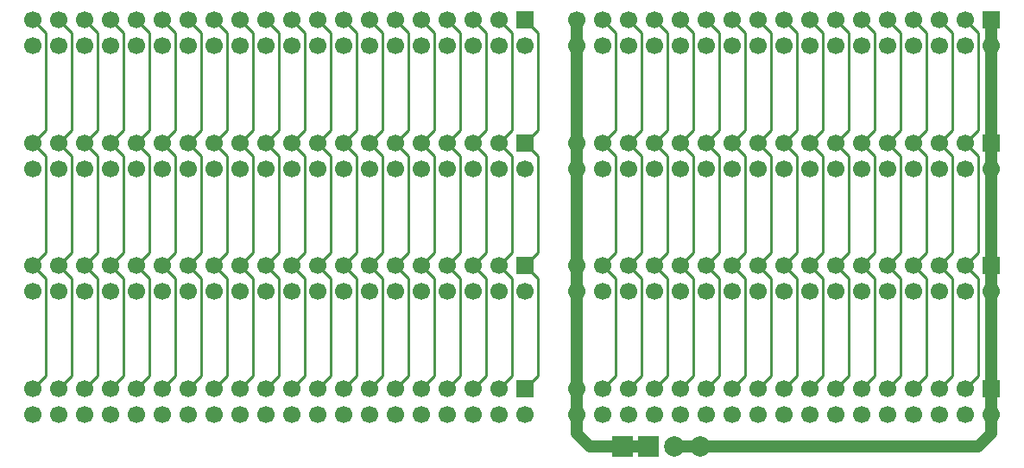
<source format=gbr>
G04 DipTrace 4.3.0.5*
G04 1 - Top.gbr*
%MOMM*%
G04 #@! TF.FileFunction,Copper,L1,Top*
G04 #@! TF.Part,Single*
G04 #@! TA.AperFunction,Conductor*
%ADD10C,0.25*%
%ADD16C,1.2*%
G04 #@! TA.AperFunction,ComponentPad*
%ADD18R,1.7X1.7*%
%ADD19C,1.7*%
%ADD20R,2.0X2.0*%
%ADD21C,2.0*%
%FSLAX35Y35*%
G04*
G71*
G90*
G75*
G01*
G04 Top*
%LPD*%
X635000Y-254000D2*
D16*
Y-1206500D1*
Y-1460500D1*
Y-2413000D1*
Y-2667000D1*
Y-3619500D1*
Y-3873500D1*
Y0D2*
Y-254000D1*
Y-3873500D2*
Y-4064000D1*
X762000Y-4191000D1*
X1079500D1*
X1333500D1*
X4699000Y-254000D2*
Y-1206500D1*
Y-1460500D1*
Y-2413000D1*
Y-2667000D1*
Y-3619500D1*
Y-3873500D1*
Y0D2*
Y-254000D1*
X1587500Y-4191000D2*
X1841500D1*
X4572000D1*
X4699000Y-4064000D1*
Y-3873500D1*
X889000Y0D2*
D10*
X1016000Y-127000D1*
Y-1079500D1*
X889000Y-1206500D1*
X1016000Y-1333500D1*
Y-2286000D1*
X889000Y-2413000D1*
X1016000Y-2540000D1*
Y-3492500D1*
X889000Y-3619500D1*
X1143000Y0D2*
X1270000Y-127000D1*
Y-1079500D1*
X1143000Y-1206500D1*
X1270000Y-1333500D1*
Y-2286000D1*
X1143000Y-2413000D1*
X1270000Y-2540000D1*
Y-3492500D1*
X1143000Y-3619500D1*
X1397000Y0D2*
X1524000Y-127000D1*
Y-1079500D1*
X1397000Y-1206500D1*
X1524000Y-1333500D1*
Y-2286000D1*
X1397000Y-2413000D1*
X1524000Y-2540000D1*
Y-3492500D1*
X1397000Y-3619500D1*
X1651000Y0D2*
X1778000Y-127000D1*
Y-1079500D1*
X1651000Y-1206500D1*
X1778000Y-1333500D1*
Y-2286000D1*
X1651000Y-2413000D1*
X1778000Y-2540000D1*
Y-3492500D1*
X1651000Y-3619500D1*
X1905000Y0D2*
X2032000Y-127000D1*
Y-1079500D1*
X1905000Y-1206500D1*
X2032000Y-1333500D1*
Y-2286000D1*
X1905000Y-2413000D1*
X2032000Y-2540000D1*
Y-3492500D1*
X1905000Y-3619500D1*
X2159000Y0D2*
X2286000Y-127000D1*
Y-1079500D1*
X2159000Y-1206500D1*
X2286000Y-1333500D1*
Y-2286000D1*
X2159000Y-2413000D1*
X2286000Y-2540000D1*
Y-3492500D1*
X2159000Y-3619500D1*
X2413000Y0D2*
X2540000Y-127000D1*
Y-1079500D1*
X2413000Y-1206500D1*
X2540000Y-1333500D1*
Y-2286000D1*
X2413000Y-2413000D1*
X2540000Y-2540000D1*
Y-3492500D1*
X2413000Y-3619500D1*
X2667000Y0D2*
X2794000Y-127000D1*
Y-1079500D1*
X2667000Y-1206500D1*
X2794000Y-1333500D1*
Y-2286000D1*
X2667000Y-2413000D1*
X2794000Y-2540000D1*
Y-3492500D1*
X2667000Y-3619500D1*
X2921000Y0D2*
X3048000Y-127000D1*
Y-1079500D1*
X2921000Y-1206500D1*
X3048000Y-1333500D1*
Y-2286000D1*
X2921000Y-2413000D1*
X3048000Y-2540000D1*
Y-3492500D1*
X2921000Y-3619500D1*
X3175000Y0D2*
X3302000Y-127000D1*
Y-1079500D1*
X3175000Y-1206500D1*
X3302000Y-1333500D1*
Y-2286000D1*
X3175000Y-2413000D1*
X3302000Y-2540000D1*
Y-3492500D1*
X3175000Y-3619500D1*
X3429000Y0D2*
X3556000Y-127000D1*
Y-1079500D1*
X3429000Y-1206500D1*
X3556000Y-1333500D1*
Y-2286000D1*
X3429000Y-2413000D1*
X3556000Y-2540000D1*
Y-3492500D1*
X3429000Y-3619500D1*
X3683000Y0D2*
X3810000Y-127000D1*
Y-1079500D1*
X3683000Y-1206500D1*
X3810000Y-1333500D1*
Y-2286000D1*
X3683000Y-2413000D1*
X3810000Y-2540000D1*
Y-3492500D1*
X3683000Y-3619500D1*
X3937000Y0D2*
X4064000Y-127000D1*
Y-1079500D1*
X3937000Y-1206500D1*
X4064000Y-1333500D1*
Y-2286000D1*
X3937000Y-2413000D1*
X4064000Y-2540000D1*
Y-3492500D1*
X3937000Y-3619500D1*
X4191000Y0D2*
X4318000Y-127000D1*
Y-1079500D1*
X4191000Y-1206500D1*
X4318000Y-1333500D1*
Y-2286000D1*
X4191000Y-2413000D1*
X4318000Y-2540000D1*
Y-3492500D1*
X4191000Y-3619500D1*
X4445000Y0D2*
X4572000Y-127000D1*
Y-1079500D1*
X4445000Y-1206500D1*
X4572000Y-1333500D1*
Y-2286000D1*
X4445000Y-2413000D1*
X4572000Y-2540000D1*
Y-3492500D1*
X4445000Y-3619500D1*
X-4699000Y0D2*
X-4572000Y-127000D1*
Y-1079500D1*
X-4699000Y-1206500D1*
Y-2413000D2*
X-4572000Y-2540000D1*
Y-3492500D1*
X-4699000Y-3619500D1*
Y-1206500D2*
X-4572000Y-1333500D1*
Y-2286000D1*
X-4699000Y-2413000D1*
X-4445000Y0D2*
X-4318000Y-127000D1*
Y-1079500D1*
X-4445000Y-1206500D1*
Y-2413000D2*
X-4318000Y-2540000D1*
Y-3492500D1*
X-4445000Y-3619500D1*
Y-1206500D2*
X-4318000Y-1333500D1*
Y-2286000D1*
X-4445000Y-2413000D1*
X-4191000Y0D2*
X-4064000Y-127000D1*
Y-1079500D1*
X-4191000Y-1206500D1*
Y-2413000D2*
X-4064000Y-2540000D1*
Y-3492500D1*
X-4191000Y-3619500D1*
Y-1206500D2*
X-4064000Y-1333500D1*
Y-2286000D1*
X-4191000Y-2413000D1*
X-3937000Y0D2*
X-3810000Y-127000D1*
Y-1079500D1*
X-3937000Y-1206500D1*
Y-2413000D2*
X-3810000Y-2540000D1*
Y-3492500D1*
X-3937000Y-3619500D1*
Y-1206500D2*
X-3810000Y-1333500D1*
Y-2286000D1*
X-3937000Y-2413000D1*
X-3683000Y0D2*
X-3556000Y-127000D1*
Y-1079500D1*
X-3683000Y-1206500D1*
Y-2413000D2*
X-3556000Y-2540000D1*
Y-3492500D1*
X-3683000Y-3619500D1*
Y-1206500D2*
X-3556000Y-1333500D1*
Y-2286000D1*
X-3683000Y-2413000D1*
X-2159000Y0D2*
X-2032000Y-127000D1*
Y-1079500D1*
X-2159000Y-1206500D1*
Y-2413000D2*
X-2032000Y-2540000D1*
Y-3492500D1*
X-2159000Y-3619500D1*
Y-1206500D2*
X-2032000Y-1333500D1*
Y-2286000D1*
X-2159000Y-2413000D1*
X-1905000Y0D2*
X-1778000Y-127000D1*
Y-1079500D1*
X-1905000Y-1206500D1*
Y-2413000D2*
X-1778000Y-2540000D1*
Y-3492500D1*
X-1905000Y-3619500D1*
Y-1206500D2*
X-1778000Y-1333500D1*
Y-2286000D1*
X-1905000Y-2413000D1*
X-1651000Y0D2*
X-1524000Y-127000D1*
Y-1079500D1*
X-1651000Y-1206500D1*
Y-2413000D2*
X-1524000Y-2540000D1*
Y-3492500D1*
X-1651000Y-3619500D1*
Y-1206500D2*
X-1524000Y-1333500D1*
Y-2286000D1*
X-1651000Y-2413000D1*
X-1397000Y0D2*
X-1270000Y-127000D1*
Y-1079500D1*
X-1397000Y-1206500D1*
Y-2413000D2*
X-1270000Y-2540000D1*
Y-3492500D1*
X-1397000Y-3619500D1*
Y-1206500D2*
X-1270000Y-1333500D1*
Y-2286000D1*
X-1397000Y-2413000D1*
X-1143000Y0D2*
X-1016000Y-127000D1*
Y-1079500D1*
X-1143000Y-1206500D1*
Y-2413000D2*
X-1016000Y-2540000D1*
Y-3492500D1*
X-1143000Y-3619500D1*
Y-1206500D2*
X-1016000Y-1333500D1*
Y-2286000D1*
X-1143000Y-2413000D1*
X-889000Y0D2*
X-762000Y-127000D1*
Y-1079500D1*
X-889000Y-1206500D1*
Y-2413000D2*
X-762000Y-2540000D1*
Y-3492500D1*
X-889000Y-3619500D1*
Y-1206500D2*
X-762000Y-1333500D1*
Y-2286000D1*
X-889000Y-2413000D1*
X-635000Y0D2*
X-508000Y-127000D1*
Y-1079500D1*
X-635000Y-1206500D1*
Y-2413000D2*
X-508000Y-2540000D1*
Y-3492500D1*
X-635000Y-3619500D1*
Y-1206500D2*
X-508000Y-1333500D1*
Y-2286000D1*
X-635000Y-2413000D1*
X-381000Y0D2*
X-254000Y-127000D1*
Y-1079500D1*
X-381000Y-1206500D1*
Y-2413000D2*
X-254000Y-2540000D1*
Y-3492500D1*
X-381000Y-3619500D1*
Y-1206500D2*
X-254000Y-1333500D1*
Y-2286000D1*
X-381000Y-2413000D1*
X-127000Y0D2*
X0Y-127000D1*
Y-1079500D1*
X-127000Y-1206500D1*
Y-2413000D2*
X0Y-2540000D1*
Y-3492500D1*
X-127000Y-3619500D1*
Y-1206500D2*
X0Y-1333500D1*
Y-2286000D1*
X-127000Y-2413000D1*
X127000Y0D2*
X254000Y-127000D1*
Y-1079500D1*
X127000Y-1206500D1*
Y-2413000D2*
X254000Y-2540000D1*
Y-3492500D1*
X127000Y-3619500D1*
Y-1206500D2*
X254000Y-1333500D1*
Y-2286000D1*
X127000Y-2413000D1*
X-3429000Y0D2*
X-3302000Y-127000D1*
Y-1079500D1*
X-3429000Y-1206500D1*
Y-2413000D2*
X-3302000Y-2540000D1*
Y-3492500D1*
X-3429000Y-3619500D1*
Y-1206500D2*
X-3302000Y-1333500D1*
Y-2286000D1*
X-3429000Y-2413000D1*
X-3175000Y0D2*
X-3048000Y-127000D1*
Y-1079500D1*
X-3175000Y-1206500D1*
Y-2413000D2*
X-3048000Y-2540000D1*
Y-3492500D1*
X-3175000Y-3619500D1*
Y-1206500D2*
X-3048000Y-1333500D1*
Y-2286000D1*
X-3175000Y-2413000D1*
X-2921000Y0D2*
X-2794000Y-127000D1*
Y-1079500D1*
X-2921000Y-1206500D1*
Y-2413000D2*
X-2794000Y-2540000D1*
Y-3492500D1*
X-2921000Y-3619500D1*
Y-1206500D2*
X-2794000Y-1333500D1*
Y-2286000D1*
X-2921000Y-2413000D1*
X-2667000Y0D2*
X-2540000Y-127000D1*
Y-1079500D1*
X-2667000Y-1206500D1*
Y-2413000D2*
X-2540000Y-2540000D1*
Y-3492500D1*
X-2667000Y-3619500D1*
Y-1206500D2*
X-2540000Y-1333500D1*
Y-2286000D1*
X-2667000Y-2413000D1*
X-2413000Y0D2*
X-2286000Y-127000D1*
Y-1079500D1*
X-2413000Y-1206500D1*
Y-2413000D2*
X-2286000Y-2540000D1*
Y-3492500D1*
X-2413000Y-3619500D1*
Y-1206500D2*
X-2286000Y-1333500D1*
Y-2286000D1*
X-2413000Y-2413000D1*
D18*
X127000Y0D3*
D19*
Y-254000D3*
X-127000Y0D3*
Y-254000D3*
X-381000Y0D3*
Y-254000D3*
X-635000Y0D3*
Y-254000D3*
X-889000Y0D3*
Y-254000D3*
X-1143000Y0D3*
Y-254000D3*
X-1397000Y0D3*
Y-254000D3*
X-1651000Y0D3*
Y-254000D3*
X-1905000Y0D3*
Y-254000D3*
X-2159000Y0D3*
Y-254000D3*
X-2413000Y0D3*
Y-254000D3*
X-2667000Y0D3*
Y-254000D3*
X-2921000Y0D3*
Y-254000D3*
X-3175000Y0D3*
Y-254000D3*
X-3429000Y0D3*
Y-254000D3*
X-3683000Y0D3*
Y-254000D3*
X-3937000Y0D3*
Y-254000D3*
X-4191000Y0D3*
Y-254000D3*
X-4445000Y0D3*
Y-254000D3*
X-4699000Y0D3*
Y-254000D3*
D18*
X127000Y-1206500D3*
D19*
Y-1460500D3*
X-127000Y-1206500D3*
Y-1460500D3*
X-381000Y-1206500D3*
Y-1460500D3*
X-635000Y-1206500D3*
Y-1460500D3*
X-889000Y-1206500D3*
Y-1460500D3*
X-1143000Y-1206500D3*
Y-1460500D3*
X-1397000Y-1206500D3*
Y-1460500D3*
X-1651000Y-1206500D3*
Y-1460500D3*
X-1905000Y-1206500D3*
Y-1460500D3*
X-2159000Y-1206500D3*
Y-1460500D3*
X-2413000Y-1206500D3*
Y-1460500D3*
X-2667000Y-1206500D3*
Y-1460500D3*
X-2921000Y-1206500D3*
Y-1460500D3*
X-3175000Y-1206500D3*
Y-1460500D3*
X-3429000Y-1206500D3*
Y-1460500D3*
X-3683000Y-1206500D3*
Y-1460500D3*
X-3937000Y-1206500D3*
Y-1460500D3*
X-4191000Y-1206500D3*
Y-1460500D3*
X-4445000Y-1206500D3*
Y-1460500D3*
X-4699000Y-1206500D3*
Y-1460500D3*
D18*
X4699000Y-1206500D3*
D19*
Y-1460500D3*
X4445000Y-1206500D3*
Y-1460500D3*
X4191000Y-1206500D3*
Y-1460500D3*
X3937000Y-1206500D3*
Y-1460500D3*
X3683000Y-1206500D3*
Y-1460500D3*
X3429000Y-1206500D3*
Y-1460500D3*
X3175000Y-1206500D3*
Y-1460500D3*
X2921000Y-1206500D3*
Y-1460500D3*
X2667000Y-1206500D3*
Y-1460500D3*
X2413000Y-1206500D3*
Y-1460500D3*
X2159000Y-1206500D3*
Y-1460500D3*
X1905000Y-1206500D3*
Y-1460500D3*
X1651000Y-1206500D3*
Y-1460500D3*
X1397000Y-1206500D3*
Y-1460500D3*
X1143000Y-1206500D3*
Y-1460500D3*
X889000Y-1206500D3*
Y-1460500D3*
X635000Y-1206500D3*
Y-1460500D3*
D18*
X4699000Y0D3*
D19*
Y-254000D3*
X4445000Y0D3*
Y-254000D3*
X4191000Y0D3*
Y-254000D3*
X3937000Y0D3*
Y-254000D3*
X3683000Y0D3*
Y-254000D3*
X3429000Y0D3*
Y-254000D3*
X3175000Y0D3*
Y-254000D3*
X2921000Y0D3*
Y-254000D3*
X2667000Y0D3*
Y-254000D3*
X2413000Y0D3*
Y-254000D3*
X2159000Y0D3*
Y-254000D3*
X1905000Y0D3*
Y-254000D3*
X1651000Y0D3*
Y-254000D3*
X1397000Y0D3*
Y-254000D3*
X1143000Y0D3*
Y-254000D3*
X889000Y0D3*
Y-254000D3*
X635000Y0D3*
Y-254000D3*
D18*
X127000Y-2413000D3*
D19*
Y-2667000D3*
X-127000Y-2413000D3*
Y-2667000D3*
X-381000Y-2413000D3*
Y-2667000D3*
X-635000Y-2413000D3*
Y-2667000D3*
X-889000Y-2413000D3*
Y-2667000D3*
X-1143000Y-2413000D3*
Y-2667000D3*
X-1397000Y-2413000D3*
Y-2667000D3*
X-1651000Y-2413000D3*
Y-2667000D3*
X-1905000Y-2413000D3*
Y-2667000D3*
X-2159000Y-2413000D3*
Y-2667000D3*
X-2413000Y-2413000D3*
Y-2667000D3*
X-2667000Y-2413000D3*
Y-2667000D3*
X-2921000Y-2413000D3*
Y-2667000D3*
X-3175000Y-2413000D3*
Y-2667000D3*
X-3429000Y-2413000D3*
Y-2667000D3*
X-3683000Y-2413000D3*
Y-2667000D3*
X-3937000Y-2413000D3*
Y-2667000D3*
X-4191000Y-2413000D3*
Y-2667000D3*
X-4445000Y-2413000D3*
Y-2667000D3*
X-4699000Y-2413000D3*
Y-2667000D3*
D18*
X4699000Y-2413000D3*
D19*
Y-2667000D3*
X4445000Y-2413000D3*
Y-2667000D3*
X4191000Y-2413000D3*
Y-2667000D3*
X3937000Y-2413000D3*
Y-2667000D3*
X3683000Y-2413000D3*
Y-2667000D3*
X3429000Y-2413000D3*
Y-2667000D3*
X3175000Y-2413000D3*
Y-2667000D3*
X2921000Y-2413000D3*
Y-2667000D3*
X2667000Y-2413000D3*
Y-2667000D3*
X2413000Y-2413000D3*
Y-2667000D3*
X2159000Y-2413000D3*
Y-2667000D3*
X1905000Y-2413000D3*
Y-2667000D3*
X1651000Y-2413000D3*
Y-2667000D3*
X1397000Y-2413000D3*
Y-2667000D3*
X1143000Y-2413000D3*
Y-2667000D3*
X889000Y-2413000D3*
Y-2667000D3*
X635000Y-2413000D3*
Y-2667000D3*
D18*
X127000Y-3619500D3*
D19*
Y-3873500D3*
X-127000Y-3619500D3*
Y-3873500D3*
X-381000Y-3619500D3*
Y-3873500D3*
X-635000Y-3619500D3*
Y-3873500D3*
X-889000Y-3619500D3*
Y-3873500D3*
X-1143000Y-3619500D3*
Y-3873500D3*
X-1397000Y-3619500D3*
Y-3873500D3*
X-1651000Y-3619500D3*
Y-3873500D3*
X-1905000Y-3619500D3*
Y-3873500D3*
X-2159000Y-3619500D3*
Y-3873500D3*
X-2413000Y-3619500D3*
Y-3873500D3*
X-2667000Y-3619500D3*
Y-3873500D3*
X-2921000Y-3619500D3*
Y-3873500D3*
X-3175000Y-3619500D3*
Y-3873500D3*
X-3429000Y-3619500D3*
Y-3873500D3*
X-3683000Y-3619500D3*
Y-3873500D3*
X-3937000Y-3619500D3*
Y-3873500D3*
X-4191000Y-3619500D3*
Y-3873500D3*
X-4445000Y-3619500D3*
Y-3873500D3*
X-4699000Y-3619500D3*
Y-3873500D3*
D18*
X4699000Y-3619500D3*
D19*
Y-3873500D3*
X4445000Y-3619500D3*
Y-3873500D3*
X4191000Y-3619500D3*
Y-3873500D3*
X3937000Y-3619500D3*
Y-3873500D3*
X3683000Y-3619500D3*
Y-3873500D3*
X3429000Y-3619500D3*
Y-3873500D3*
X3175000Y-3619500D3*
Y-3873500D3*
X2921000Y-3619500D3*
Y-3873500D3*
X2667000Y-3619500D3*
Y-3873500D3*
X2413000Y-3619500D3*
Y-3873500D3*
X2159000Y-3619500D3*
Y-3873500D3*
X1905000Y-3619500D3*
Y-3873500D3*
X1651000Y-3619500D3*
Y-3873500D3*
X1397000Y-3619500D3*
Y-3873500D3*
X1143000Y-3619500D3*
Y-3873500D3*
X889000Y-3619500D3*
Y-3873500D3*
X635000Y-3619500D3*
Y-3873500D3*
D20*
X1079500Y-4191000D3*
X1333500D3*
D21*
X1587500D3*
X1841500D3*
M02*

</source>
